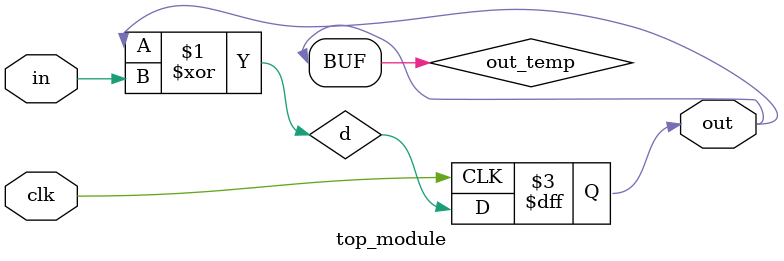
<source format=v>
module top_module (
    input clk,
    input in, 
    output out);
    
	wire d;
    wire out_temp;
    
    assign out_temp = out;
    assign d = out_temp ^ in;
    
    always@(posedge clk) begin
    	out = d;    
    end
endmodule

</source>
